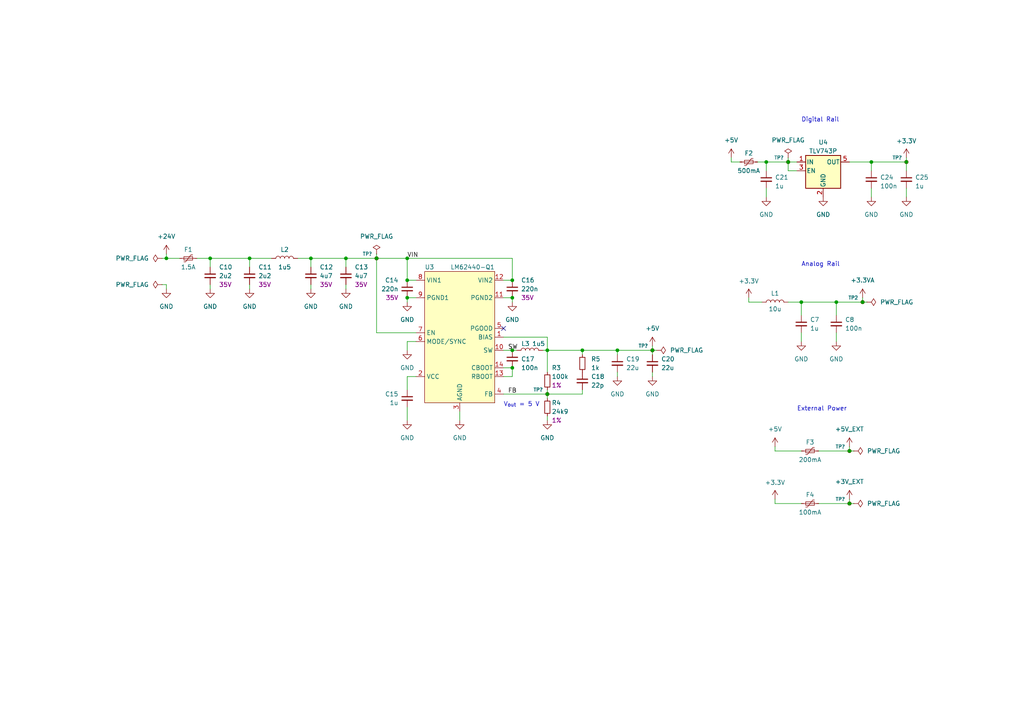
<source format=kicad_sch>
(kicad_sch (version 20230121) (generator eeschema)
  (paper "A4")
  (title_block (title "Power Supply") (date "2023-11-02") (rev "${REVISION}") (company "Author: I. Kajdan") (comment 1 "Reviewer:"))
  (lib_symbols
    (symbol "Connector:TestPoint_Small" (pin_numbers hide) (pin_names (offset 0.762) hide)
      (property "Reference" "TP" (at 0 3.81 0))
      (property "Value" "TestPoint_Small" (at 0 2.032 0))
      (symbol "TestPoint_Small_0_1"
        (circle (center 0 0) (radius 0.508))
      )
      (symbol "TestPoint_Small_1_1"
        (pin passive line (at 0 0 90) (length 0) (name "1") (number "1"))
      )
    )
    (symbol "Device:C_Small" (pin_numbers hide) (pin_names (offset 0.254) hide)
      (property "Reference" "C" (at 0.254 1.778 0))
      (property "Value" "C_Small" (at 0.254 -2.032 0))
      (symbol "C_Small_0_1"
        (polyline (pts (xy -1.524 -0.508) (xy 1.524 -0.508)) (stroke (width 0.3302)))
        (polyline (pts (xy -1.524 0.508) (xy 1.524 0.508)) (stroke (width 0.3048)))
      )
      (symbol "C_Small_1_1"
        (pin passive line (at 0 2.54 270) (length 2.032) (name "~") (number "1"))
        (pin passive line (at 0 -2.54 90) (length 2.032) (name "~") (number "2"))
      )
    )
    (symbol "Device:L" (pin_numbers hide) (pin_names (offset 1.016) hide)
      (property "Reference" "L" (at -1.27 0 90))
      (property "Value" "L" (at 1.905 0 90))
      (symbol "L_0_1"
        (arc (start 0 -2.54) (mid 0.6323 -1.905) (end 0 -1.27))
        (arc (start 0 -1.27) (mid 0.6323 -0.635) (end 0 0))
        (arc (start 0 0) (mid 0.6323 0.635) (end 0 1.27))
        (arc (start 0 1.27) (mid 0.6323 1.905) (end 0 2.54))
      )
      (symbol "L_1_1"
        (pin passive line (at 0 3.81 270) (length 1.27) (name "1") (number "1"))
        (pin passive line (at 0 -3.81 90) (length 1.27) (name "2") (number "2"))
      )
    )
    (symbol "Device:Polyfuse_Small" (pin_numbers hide) (pin_names (offset 0))
      (property "Reference" "F" (at -1.905 0 90))
      (property "Value" "Polyfuse_Small" (at 1.905 0 90))
      (symbol "Polyfuse_Small_0_1"
        (rectangle (start -0.508 1.27) (end 0.508 -1.27))
        (polyline (pts (xy 0 2.54) (xy 0 -2.54)))
        (polyline (pts (xy -1.016 1.27) (xy -1.016 0.762) (xy 1.016 -0.762) (xy 1.016 -1.27)))
      )
      (symbol "Polyfuse_Small_1_1"
        (pin passive line (at 0 2.54 270) (length 0.635) (name "~") (number "1"))
        (pin passive line (at 0 -2.54 90) (length 0.635) (name "~") (number "2"))
      )
    )
    (symbol "Device:R_Small" (pin_numbers hide) (pin_names (offset 0.254) hide)
      (property "Reference" "R" (at 0.762 0.508 0))
      (property "Value" "R_Small" (at 0.762 -1.016 0))
      (symbol "R_Small_0_1"
        (rectangle (start -0.762 1.778) (end 0.762 -1.778) (stroke (width 0.2032)))
      )
      (symbol "R_Small_1_1"
        (pin passive line (at 0 2.54 270) (length 0.762) (name "~") (number "1"))
        (pin passive line (at 0 -2.54 90) (length 0.762) (name "~") (number "2"))
      )
    )
    (symbol "LM62440:LM62440"
      (property "Reference" "U" (at -10.16 20.32 0))
      (property "Value" "LM62440x" (at 10.16 20.32 0))
      (symbol "LM62440_0_1"
        (rectangle (start -10.16 19.05) (end 10.16 -19.05) (fill (type background)))
      )
      (symbol "LM62440_1_1"
        (pin power_in line (at 12.7 0 180) (length 2.54) (name "BIAS") (number "1"))
        (pin output line (at 12.7 -3.81 180) (length 2.54) (name "SW") (number "10"))
        (pin power_in line (at 12.7 11.43 180) (length 2.54) (name "PGND2") (number "11"))
        (pin power_in line (at 12.7 16.51 180) (length 2.54) (name "VIN2") (number "12"))
        (pin bidirectional line (at 12.7 -11.43 180) (length 2.54) (name "RBOOT") (number "13"))
        (pin bidirectional line (at 12.7 -8.89 180) (length 2.54) (name "CBOOT") (number "14"))
        (pin passive line (at -12.7 -11.43 0) (length 2.54) (name "VCC") (number "2"))
        (pin power_in line (at 0 -21.59 90) (length 2.54) (name "AGND") (number "3"))
        (pin input line (at 12.7 -16.51 180) (length 2.54) (name "FB") (number "4"))
        (pin output line (at 12.7 2.54 180) (length 2.54) (name "PGOOD") (number "5"))
        (pin input line (at -12.7 -1.27 0) (length 2.54) (name "MODE/SYNC") (number "6"))
        (pin input line (at -12.7 1.27 0) (length 2.54) (name "EN") (number "7"))
        (pin power_in line (at -12.7 16.51 0) (length 2.54) (name "VIN1") (number "8"))
        (pin power_in line (at -12.7 11.43 0) (length 2.54) (name "PGND1") (number "9"))
      )
    )
    (symbol "Power_Ports:+3V_EXT" (power) (pin_names (offset 0))
      (property "Value" "+3V_EXT" (at 0 5.08 0))
      (symbol "+3V_EXT_0_1"
        (polyline (pts (xy -0.762 1.27) (xy 0 2.54)))
        (polyline (pts (xy 0 0) (xy 0 2.54)))
        (polyline (pts (xy 0 2.54) (xy 0.762 1.27)))
      )
      (symbol "+3V_EXT_1_1"
        (pin power_in line (at 0 0 90) (length 0) hide (name "+3V_EXT") (number "1"))
      )
    )
    (symbol "Power_Ports:+5V_EXT" (power) (pin_names (offset 0))
      (property "Value" "+5V_EXT" (at 0 5.08 0))
      (symbol "+5V_EXT_0_1"
        (polyline (pts (xy -0.762 1.27) (xy 0 2.54)))
        (polyline (pts (xy 0 0) (xy 0 2.54)))
        (polyline (pts (xy 0 2.54) (xy 0.762 1.27)))
      )
      (symbol "+5V_EXT_1_1"
        (pin power_in line (at 0 0 90) (length 0) hide (name "+5V_EXT") (number "1"))
      )
    )
    (symbol "Regulator_Linear:TLV73330PDBV" (pin_names (offset 0.254))
      (property "Reference" "U" (at -3.81 5.715 0))
      (property "Value" "TLV73330PDBV" (at 0 5.715 0))
      (symbol "TLV73330PDBV_0_1"
        (rectangle (start -5.08 4.445) (end 5.08 -5.08) (stroke (width 0.254)) (fill (type background)))
      )
      (symbol "TLV73330PDBV_1_1"
        (pin power_in line (at -7.62 2.54 0) (length 2.54) (name "IN") (number "1"))
        (pin power_in line (at 0 -7.62 90) (length 2.54) (name "GND") (number "2"))
        (pin input line (at -7.62 0 0) (length 2.54) (name "EN") (number "3"))
        (pin no_connect line (at 5.08 0 180) (length 2.54) hide (name "NC") (number "4"))
        (pin power_out line (at 7.62 2.54 180) (length 2.54) (name "OUT") (number "5"))
      )
    )
    (symbol "power:+24V" (power) (pin_names (offset 0))
      (property "Value" "+24V" (at 0 3.556 0))
      (symbol "+24V_0_1"
        (polyline (pts (xy -0.762 1.27) (xy 0 2.54)))
        (polyline (pts (xy 0 0) (xy 0 2.54)))
        (polyline (pts (xy 0 2.54) (xy 0.762 1.27)))
      )
      (symbol "+24V_1_1"
        (pin power_in line (at 0 0 90) (length 0) hide (name "+24V") (number "1"))
      )
    )
    (symbol "power:+3.3V" (power) (pin_names (offset 0))
      (property "Value" "+3.3V" (at 0 3.556 0))
      (symbol "+3.3V_0_1"
        (polyline (pts (xy -0.762 1.27) (xy 0 2.54)))
        (polyline (pts (xy 0 0) (xy 0 2.54)))
        (polyline (pts (xy 0 2.54) (xy 0.762 1.27)))
      )
      (symbol "+3.3V_1_1"
        (pin power_in line (at 0 0 90) (length 0) hide (name "+3.3V") (number "1"))
      )
    )
    (symbol "power:+3.3VA" (power) (pin_names (offset 0))
      (property "Value" "+3.3VA" (at 0 3.556 0))
      (symbol "+3.3VA_0_1"
        (polyline (pts (xy -0.762 1.27) (xy 0 2.54)))
        (polyline (pts (xy 0 0) (xy 0 2.54)))
        (polyline (pts (xy 0 2.54) (xy 0.762 1.27)))
      )
      (symbol "+3.3VA_1_1"
        (pin power_in line (at 0 0 90) (length 0) hide (name "+3.3VA") (number "1"))
      )
    )
    (symbol "power:+5V" (power) (pin_names (offset 0))
      (property "Value" "+5V" (at 0 3.556 0))
      (symbol "+5V_0_1"
        (polyline (pts (xy -0.762 1.27) (xy 0 2.54)))
        (polyline (pts (xy 0 0) (xy 0 2.54)))
        (polyline (pts (xy 0 2.54) (xy 0.762 1.27)))
      )
      (symbol "+5V_1_1"
        (pin power_in line (at 0 0 90) (length 0) hide (name "+5V") (number "1"))
      )
    )
    (symbol "power:GND" (power) (pin_names (offset 0))
      (property "Value" "GND" (at 0 -3.81 0))
      (symbol "GND_0_1"
        (polyline (pts (xy 0 0) (xy 0 -1.27) (xy 1.27 -1.27) (xy 0 -2.54) (xy -1.27 -1.27) (xy 0 -1.27)))
      )
      (symbol "GND_1_1"
        (pin power_in line (at 0 0 270) (length 0) hide (name "GND") (number "1"))
      )
    )
    (symbol "power:PWR_FLAG" (power) (pin_numbers hide) (pin_names (offset 0) hide)
      (property "Value" "PWR_FLAG" (at 0 3.81 0))
      (symbol "PWR_FLAG_0_0"
        (pin power_out line (at 0 0 90) (length 0) (name "pwr") (number "1"))
      )
      (symbol "PWR_FLAG_0_1"
        (polyline (pts (xy 0 0) (xy 0 1.27) (xy -1.016 1.905) (xy 0 2.54) (xy 1.016 1.905) (xy 0 1.27)))
      )
    )
  )
  (junction (at 109.22 74.93))
  (junction (at 189.23 101.6))
  (junction (at 246.38 130.81))
  (junction (at 246.38 146.05))
  (junction (at 262.89 46.99))
  (junction (at 148.59 81.28))
  (junction (at 228.6 46.99))
  (junction (at 148.59 101.6))
  (junction (at 232.41 87.63))
  (junction (at 222.25 46.99))
  (junction (at 72.39 74.93))
  (junction (at 90.17 74.93))
  (junction (at 148.59 106.68))
  (junction (at 168.91 101.6))
  (junction (at 118.11 74.93))
  (junction (at 158.75 114.3))
  (junction (at 118.11 81.28))
  (junction (at 179.07 101.6))
  (junction (at 60.96 74.93))
  (junction (at 100.33 74.93))
  (junction (at 148.59 86.36))
  (junction (at 118.11 86.36))
  (junction (at 250.19 87.63))
  (junction (at 242.57 87.63))
  (junction (at 158.75 101.6))
  (junction (at 252.73 46.99))
  (junction (at 48.26 74.93))
  (no_connect (at 146.05 95.25))
  (wire (pts (xy 118.11 86.36) (xy 118.11 87.63)))
  (wire (pts (xy 168.91 101.6) (xy 168.91 102.87)))
  (wire (pts (xy 100.33 74.93) (xy 109.22 74.93)))
  (wire (pts (xy 224.79 129.54) (xy 224.79 130.81)))
  (wire (pts (xy 48.26 82.55) (xy 48.26 83.82)))
  (wire (pts (xy 48.26 74.93) (xy 52.07 74.93)))
  (wire (pts (xy 157.48 101.6) (xy 158.75 101.6)))
  (wire (pts (xy 148.59 109.22) (xy 148.59 106.68)))
  (wire (pts (xy 168.91 113.03) (xy 168.91 114.3)))
  (wire (pts (xy 158.75 120.65) (xy 158.75 121.92)))
  (wire (pts (xy 118.11 74.93) (xy 148.59 74.93)))
  (wire (pts (xy 109.22 74.93) (xy 118.11 74.93)))
  (wire (pts (xy 118.11 74.93) (xy 118.11 81.28)))
  (wire (pts (xy 146.05 86.36) (xy 148.59 86.36)))
  (wire (pts (xy 252.73 46.99) (xy 252.73 49.53)))
  (wire (pts (xy 222.25 46.99) (xy 228.6 46.99)))
  (wire (pts (xy 72.39 74.93) (xy 72.39 77.47)))
  (wire (pts (xy 252.73 54.61) (xy 252.73 57.15)))
  (wire (pts (xy 250.19 86.36) (xy 250.19 87.63)))
  (wire (pts (xy 242.57 87.63) (xy 250.19 87.63)))
  (wire (pts (xy 118.11 86.36) (xy 120.65 86.36)))
  (wire (pts (xy 118.11 99.06) (xy 120.65 99.06)))
  (wire (pts (xy 90.17 74.93) (xy 100.33 74.93)))
  (wire (pts (xy 72.39 74.93) (xy 78.74 74.93)))
  (wire (pts (xy 118.11 113.03) (xy 118.11 109.22)))
  (wire (pts (xy 232.41 91.44) (xy 232.41 87.63)))
  (wire (pts (xy 189.23 101.6) (xy 189.23 102.87)))
  (wire (pts (xy 189.23 100.33) (xy 189.23 101.6)))
  (wire (pts (xy 246.38 46.99) (xy 252.73 46.99)))
  (wire (pts (xy 46.99 82.55) (xy 48.26 82.55)))
  (wire (pts (xy 217.17 86.36) (xy 217.17 87.63)))
  (wire (pts (xy 262.89 46.99) (xy 262.89 49.53)))
  (wire (pts (xy 246.38 144.78) (xy 246.38 146.05)))
  (wire (pts (xy 149.86 101.6) (xy 148.59 101.6)))
  (wire (pts (xy 224.79 130.81) (xy 232.41 130.81)))
  (wire (pts (xy 222.25 54.61) (xy 222.25 57.15)))
  (wire (pts (xy 100.33 82.55) (xy 100.33 83.82)))
  (wire (pts (xy 146.05 109.22) (xy 148.59 109.22)))
  (wire (pts (xy 57.15 74.93) (xy 60.96 74.93)))
  (wire (pts (xy 179.07 107.95) (xy 179.07 109.22)))
  (wire (pts (xy 222.25 49.53) (xy 222.25 46.99)))
  (wire (pts (xy 118.11 101.6) (xy 118.11 99.06)))
  (wire (pts (xy 212.09 46.99) (xy 214.63 46.99)))
  (wire (pts (xy 228.6 46.99) (xy 231.14 46.99)))
  (wire (pts (xy 179.07 101.6) (xy 189.23 101.6)))
  (wire (pts (xy 224.79 144.78) (xy 224.79 146.05)))
  (wire (pts (xy 247.65 130.81) (xy 246.38 130.81)))
  (wire (pts (xy 133.35 119.38) (xy 133.35 121.92)))
  (wire (pts (xy 148.59 74.93) (xy 148.59 81.28)))
  (wire (pts (xy 250.19 87.63) (xy 251.46 87.63)))
  (wire (pts (xy 242.57 96.52) (xy 242.57 99.06)))
  (wire (pts (xy 189.23 107.95) (xy 189.23 109.22)))
  (wire (pts (xy 217.17 87.63) (xy 220.98 87.63)))
  (wire (pts (xy 246.38 129.54) (xy 246.38 130.81)))
  (wire (pts (xy 158.75 115.57) (xy 158.75 114.3)))
  (wire (pts (xy 109.22 96.52) (xy 120.65 96.52)))
  (wire (pts (xy 189.23 101.6) (xy 190.5 101.6)))
  (wire (pts (xy 118.11 118.11) (xy 118.11 121.92)))
  (wire (pts (xy 146.05 101.6) (xy 148.59 101.6)))
  (wire (pts (xy 60.96 82.55) (xy 60.96 83.82)))
  (wire (pts (xy 219.71 46.99) (xy 222.25 46.99)))
  (wire (pts (xy 262.89 54.61) (xy 262.89 57.15)))
  (wire (pts (xy 118.11 109.22) (xy 120.65 109.22)))
  (wire (pts (xy 60.96 74.93) (xy 72.39 74.93)))
  (wire (pts (xy 86.36 74.93) (xy 90.17 74.93)))
  (wire (pts (xy 247.65 146.05) (xy 246.38 146.05)))
  (wire (pts (xy 158.75 97.79) (xy 158.75 101.6)))
  (wire (pts (xy 228.6 49.53) (xy 231.14 49.53)))
  (wire (pts (xy 262.89 46.99) (xy 252.73 46.99)))
  (wire (pts (xy 146.05 97.79) (xy 158.75 97.79)))
  (wire (pts (xy 100.33 74.93) (xy 100.33 77.47)))
  (wire (pts (xy 158.75 101.6) (xy 158.75 107.95)))
  (wire (pts (xy 60.96 74.93) (xy 60.96 77.47)))
  (wire (pts (xy 228.6 87.63) (xy 232.41 87.63)))
  (wire (pts (xy 90.17 74.93) (xy 90.17 77.47)))
  (wire (pts (xy 224.79 146.05) (xy 232.41 146.05)))
  (wire (pts (xy 109.22 96.52) (xy 109.22 74.93)))
  (wire (pts (xy 237.49 146.05) (xy 246.38 146.05)))
  (wire (pts (xy 148.59 81.28) (xy 146.05 81.28)))
  (wire (pts (xy 179.07 101.6) (xy 179.07 102.87)))
  (wire (pts (xy 168.91 114.3) (xy 158.75 114.3)))
  (wire (pts (xy 46.99 74.93) (xy 48.26 74.93)))
  (wire (pts (xy 242.57 87.63) (xy 242.57 91.44)))
  (wire (pts (xy 232.41 87.63) (xy 242.57 87.63)))
  (wire (pts (xy 146.05 106.68) (xy 148.59 106.68)))
  (wire (pts (xy 237.49 130.81) (xy 246.38 130.81)))
  (wire (pts (xy 158.75 101.6) (xy 168.91 101.6)))
  (wire (pts (xy 72.39 82.55) (xy 72.39 83.82)))
  (wire (pts (xy 148.59 86.36) (xy 148.59 87.63)))
  (wire (pts (xy 90.17 82.55) (xy 90.17 83.82)))
  (wire (pts (xy 212.09 45.72) (xy 212.09 46.99)))
  (wire (pts (xy 228.6 45.72) (xy 228.6 46.99)))
  (wire (pts (xy 48.26 73.66) (xy 48.26 74.93)))
  (wire (pts (xy 228.6 46.99) (xy 228.6 49.53)))
  (wire (pts (xy 158.75 113.03) (xy 158.75 114.3)))
  (wire (pts (xy 262.89 45.72) (xy 262.89 46.99)))
  (wire (pts (xy 232.41 96.52) (xy 232.41 99.06)))
  (wire (pts (xy 120.65 81.28) (xy 118.11 81.28)))
  (wire (pts (xy 168.91 101.6) (xy 179.07 101.6)))
  (wire (pts (xy 146.05 114.3) (xy 158.75 114.3)))
  (wire (pts (xy 109.22 73.66) (xy 109.22 74.93)))
  (text "Analog Rail" (at 232.41 77.47 0) (effects (font (size 1.27 1.27)) (justify left bottom)))
  (text "Digital Rail" (at 232.41 35.56 0) (effects (font (size 1.27 1.27)) (justify left bottom)))
  (text "V_{out} = 5 V" (at 146.05 118.11 0) (effects (font (size 1.27 1.27)) (justify left bottom)))
  (text "External Power" (at 231.14 119.38 0) (effects (font (size 1.27 1.27)) (justify left bottom)))
  (label "SW" (at 147.32 101.6 0))
  (label "VIN" (at 118.11 74.93 0))
  (label "FB" (at 147.32 114.3 0))
  (symbol (lib_id "Connector:TestPoint_Small") (at 250.19 87.63 0) (unit 1) (in_bom no)
    (property "Reference" "TP2" (at 248.92 86.36 0) (effects (font (size 1 1)) (justify right)))
    (property "Value" "TestPoint_Small" (effects hide))
    (property "Footprint" "TestPoint:TestPoint_Pad_D1.0mm" (effects hide))
    (instances (project "rearbox" (path "" (reference "TP2") (unit 1)) (path "" (reference "TP10") (unit 1))))
  )
  (symbol (lib_id "power:GND") (at 232.41 99.06 0) (unit 1)
    (property "Reference" "#PWR016" (effects hide))
    (property "Value" "GND" (at 232.41 104.14 0))
    (instances (project "rearbox" (path "" (reference "#PWR016") (unit 1)) (path "" (reference "#PWR041") (unit 1))))
  )
  (symbol (lib_id "Connector:TestPoint_Small") (at 262.89 46.99 0) (unit 1)
    (property "Reference" "TP?" (at 261.62 45.72 0) (effects (font (size 1 1)) (justify right)))
    (property "Value" "TestPoint_Small" (effects hide))
    (property "Footprint" "TestPoint:TestPoint_Pad_D1.0mm" (effects hide))
    (instances (project "rearbox" (path "" (reference "TP?") (unit 1)) (path "" (reference "TP3") (unit 1)) (path "" (reference "TP1") (unit 1)) (path "" (reference "TP11") (unit 1))))
  )
  (symbol (lib_id "power:GND") (at 118.11 101.6 0) (unit 1)
    (property "Reference" "#PWR028" (effects hide))
    (property "Value" "GND" (at 118.11 106.68 0))
  )
  (symbol (lib_id "Power_Ports:+5V_EXT") (at 246.38 129.54 0) (unit 1)
    (property "Reference" "#PWR044" (effects hide))
    (property "Value" "+5V_EXT" (at 246.38 124.46 0))
  )
  (symbol (lib_id "Connector:TestPoint_Small") (at 158.75 114.3 0) (unit 1)
    (property "Reference" "TP?" (at 157.48 113.03 0) (effects (font (size 1 1)) (justify right)))
    (property "Value" "TestPoint_Small" (effects hide))
    (property "Footprint" "TestPoint:TestPoint_Pad_D1.0mm" (effects hide))
    (instances (project "rearbox" (path "" (reference "TP?") (unit 1)) (path "" (reference "TP3") (unit 1)) (path "" (reference "TP1") (unit 1)) (path "" (reference "TP5") (unit 1))))
  )
  (symbol (lib_id "power:PWR_FLAG") (at 247.65 130.81 270) (unit 1)
    (property "Reference" "#FLG08" (effects hide))
    (property "Value" "PWR_FLAG" (at 251.46 130.81 90) (effects (justify left)))
  )
  (symbol (lib_id "power:PWR_FLAG") (at 190.5 101.6 270) (unit 1)
    (property "Reference" "#FLG06" (effects hide))
    (property "Value" "PWR_FLAG" (at 194.31 101.6 90) (effects (justify left)))
  )
  (symbol (lib_id "Connector:TestPoint_Small") (at 246.38 146.05 0) (unit 1)
    (property "Reference" "TP?" (at 245.11 144.78 0) (effects (font (size 1 1)) (justify right)))
    (property "Value" "TestPoint_Small" (effects hide))
    (property "Footprint" "TestPoint:TestPoint_Pad_D1.0mm" (effects hide))
    (instances (project "rearbox" (path "" (reference "TP?") (unit 1)) (path "" (reference "TP3") (unit 1)) (path "" (reference "TP1") (unit 1)) (path "" (reference "TP9") (unit 1))))
  )
  (symbol (lib_id "Device:C_Small") (at 222.25 52.07 0) (unit 1)
    (property "Reference" "C21" (at 224.79 51.4413 0) (effects (justify left)))
    (property "Value" "1u" (at 224.79 53.9813 0) (effects (justify left)))
    (property "Footprint" "Capacitor_SMD:C_0603_1608Metric" (effects hide))
  )
  (symbol (lib_id "LM62440:LM62440") (at 133.35 97.79 0) (unit 1)
    (property "Reference" "U3" (at 123.19 77.47 0) (effects (justify left)))
    (property "Value" "LM62440-Q1" (at 143.51 77.47 0) (effects (justify right)))
    (property "Footprint" "Local_Library:IC_LM61460AANRJRR" (effects hide))
    (property "Datasheet" "https://www.ti.com/lit/gpn/lm62440-q1" (effects hide))
  )
  (symbol (lib_id "Device:C_Small") (at 262.89 52.07 0) (unit 1)
    (property "Reference" "C25" (at 265.43 51.4413 0) (effects (justify left)))
    (property "Value" "1u" (at 265.43 53.9813 0) (effects (justify left)))
    (property "Footprint" "Capacitor_SMD:C_0603_1608Metric" (effects hide))
  )
  (symbol (lib_id "Device:R_Small") (at 158.75 110.49 0) (unit 1)
    (property "Reference" "R3" (at 160.02 106.68 0) (effects (justify left)))
    (property "Value" "100k" (at 160.02 109.22 0) (effects (justify left)))
    (property "Footprint" "Resistor_SMD:R_0603_1608Metric" (effects hide))
    (property "Tolerance" "1%" (at 160.02 111.76 0) (effects (justify left)))
  )
  (symbol (lib_id "power:+3.3V") (at 262.89 45.72 0) (unit 1)
    (property "Reference" "#PWR010" (effects hide))
    (property "Value" "+3.3V" (at 262.89 40.894 0))
    (instances (project "rearbox" (path "" (reference "#PWR010") (unit 1)) (path "" (reference "#PWR048") (unit 1))))
  )
  (symbol (lib_id "Device:C_Small") (at 148.59 104.14 0) (mirror y) (unit 1)
    (property "Reference" "C17" (at 151.13 104.14 0) (effects (justify right)))
    (property "Value" "100n" (at 151.13 106.68 0) (effects (justify right)))
    (property "Footprint" "Capacitor_SMD:C_0603_1608Metric" (effects hide))
  )
  (symbol (lib_id "power:GND") (at 148.59 87.63 0) (unit 1)
    (property "Reference" "#PWR031" (effects hide))
    (property "Value" "GND" (at 148.59 92.71 0))
  )
  (symbol (lib_id "power:GND") (at 90.17 83.82 0) (unit 1)
    (property "Reference" "#PWR011" (effects hide))
    (property "Value" "GND" (at 90.17 88.9 0))
    (instances (project "rearbox" (path "" (reference "#PWR011") (unit 1)) (path "" (reference "#PWR025") (unit 1))) (project "suspension_tension_meter" (path "" (reference "#PWR?") (unit 1))))
  )
  (symbol (lib_id "Device:C_Small") (at 118.11 115.57 0) (unit 1)
    (property "Reference" "C15" (at 115.57 114.3 0) (effects (justify right)))
    (property "Value" "1u" (at 115.57 116.84 0) (effects (justify right)))
    (property "Footprint" "Capacitor_SMD:C_0603_1608Metric" (effects hide))
  )
  (symbol (lib_id "power:GND") (at 189.23 109.22 0) (unit 1)
    (property "Reference" "#PWR011" (effects hide))
    (property "Value" "GND" (at 189.23 114.3 0))
    (instances (project "rearbox" (path "" (reference "#PWR011") (unit 1)) (path "" (reference "#PWR035") (unit 1))) (project "suspension_tension_meter" (path "" (reference "#PWR?") (unit 1))))
  )
  (symbol (lib_id "Device:Polyfuse_Small") (at 234.95 146.05 90) (unit 1)
    (property "Reference" "F4" (at 234.95 143.51 90))
    (property "Value" "100mA" (at 234.95 148.59 90))
    (property "Footprint" "Fuse:Fuse_1812_4532Metric" (effects hide))
    (property "Datasheet" "https://www.mouser.pl/datasheet/2/87/eaton_pts1812_6_60_volt_dc_surface_mount_resettabl-1608747.pdf" (effects hide))
    (property "Component" "PTS181216V050" (effects hide))
  )
  (symbol (lib_id "power:+3.3V") (at 217.17 86.36 0) (unit 1)
    (property "Reference" "#PWR010" (effects hide))
    (property "Value" "+3.3V" (at 217.17 81.534 0))
    (instances (project "rearbox" (path "" (reference "#PWR010") (unit 1)) (path "" (reference "#PWR037") (unit 1))))
  )
  (symbol (lib_id "power:GND") (at 133.35 121.92 0) (unit 1)
    (property "Reference" "#PWR011" (effects hide))
    (property "Value" "GND" (at 133.35 127 0))
    (instances (project "rearbox" (path "" (reference "#PWR011") (unit 1)) (path "" (reference "#PWR030") (unit 1))) (project "suspension_tension_meter" (path "" (reference "#PWR?") (unit 1))))
  )
  (symbol (lib_id "Device:C_Small") (at 232.41 93.98 0) (unit 1)
    (property "Reference" "C7" (at 234.95 92.71 0) (effects (justify left)))
    (property "Value" "1u" (at 234.95 95.25 0) (effects (justify left)))
    (property "Footprint" "Capacitor_SMD:C_0603_1608Metric" (effects hide))
    (instances (project "rearbox" (path "" (reference "C7") (unit 1)) (path "" (reference "C22") (unit 1))))
  )
  (symbol (lib_id "power:GND") (at 252.73 57.15 0) (unit 1)
    (property "Reference" "#PWR047" (effects hide))
    (property "Value" "GND" (at 252.73 62.23 0))
  )
  (symbol (lib_id "Device:C_Small") (at 168.91 110.49 0) (mirror y) (unit 1)
    (property "Reference" "C18" (at 171.45 109.22 0) (effects (justify right)))
    (property "Value" "22p" (at 171.45 111.76 0) (effects (justify right)))
    (property "Footprint" "Capacitor_SMD:C_0603_1608Metric" (effects hide))
  )
  (symbol (lib_id "Device:L") (at 82.55 74.93 90) (unit 1)
    (property "Reference" "L2" (at 82.55 72.39 90))
    (property "Value" "1u5" (at 82.55 77.47 90))
    (property "Footprint" "Inductor_SMD:L_Abracon_ASPI-4030S" (effects hide))
    (property "Datasheet" "https://www.mouser.pl/datasheet/2/3/ASPI-4030S-1774929.pdf" (effects hide))
  )
  (symbol (lib_id "Connector:TestPoint_Small") (at 228.6 46.99 0) (unit 1)
    (property "Reference" "TP?" (at 227.33 45.72 0) (effects (font (size 1 1)) (justify right)))
    (property "Value" "TestPoint_Small" (effects hide))
    (property "Footprint" "TestPoint:TestPoint_Pad_D1.0mm" (effects hide))
    (instances (project "rearbox" (path "" (reference "TP?") (unit 1)) (path "" (reference "TP3") (unit 1)) (path "" (reference "TP1") (unit 1)) (path "" (reference "TP7") (unit 1))))
  )
  (symbol (lib_id "power:GND") (at 118.11 87.63 0) (unit 1)
    (property "Reference" "#PWR011" (effects hide))
    (property "Value" "GND" (at 118.11 92.71 0))
    (instances (project "rearbox" (path "" (reference "#PWR011") (unit 1)) (path "" (reference "#PWR027") (unit 1))) (project "suspension_tension_meter" (path "" (reference "#PWR?") (unit 1))))
  )
  (symbol (lib_id "power:+24V") (at 48.26 73.66 0) (unit 1)
    (property "Reference" "#PWR021" (effects hide))
    (property "Value" "+24V" (at 48.26 68.58 0))
  )
  (symbol (lib_id "power:PWR_FLAG") (at 247.65 146.05 270) (unit 1)
    (property "Reference" "#FLG09" (effects hide))
    (property "Value" "PWR_FLAG" (at 251.46 146.05 90) (effects (justify left)))
  )
  (symbol (lib_id "power:GND") (at 48.26 83.82 0) (unit 1)
    (property "Reference" "#PWR011" (effects hide))
    (property "Value" "GND" (at 48.26 88.9 0))
    (instances (project "rearbox" (path "" (reference "#PWR011") (unit 1)) (path "" (reference "#PWR022") (unit 1))) (project "suspension_tension_meter" (path "" (reference "#PWR?") (unit 1))))
  )
  (symbol (lib_id "Device:C_Small") (at 60.96 80.01 0) (mirror y) (unit 1)
    (property "Reference" "C10" (at 63.5 77.47 0) (effects (justify right)))
    (property "Value" "2u2" (at 63.5 80.01 0) (effects (justify right)))
    (property "Footprint" "Capacitor_SMD:C_0805_2012Metric" (effects hide))
    (property "Rated Voltage" "35V" (at 63.5 82.55 0) (effects (justify right)))
  )
  (symbol (lib_id "power:GND") (at 238.76 57.15 0) (unit 1)
    (property "Reference" "#PWR042" (effects hide))
    (property "Value" "GND" (at 238.76 62.23 0))
  )
  (symbol (lib_id "Regulator_Linear:TLV73330PDBV") (at 238.76 49.53 0) (unit 1)
    (property "Reference" "U4" (at 238.76 41.275 0))
    (property "Value" "TLV743P" (at 238.76 43.815 0))
    (property "Footprint" "Package_TO_SOT_SMD:SOT-23-5" (effects hide))
    (property "Datasheet" "https://www.ti.com/lit/ds/symlink/tlv743p.pdf" (effects hide))
  )
  (symbol (lib_id "Connector:TestPoint_Small") (at 189.23 101.6 0) (unit 1)
    (property "Reference" "TP?" (at 187.96 100.33 0) (effects (font (size 1 1)) (justify right)))
    (property "Value" "TestPoint_Small" (effects hide))
    (property "Footprint" "TestPoint:TestPoint_Pad_D1.0mm" (effects hide))
    (instances (project "rearbox" (path "" (reference "TP?") (unit 1)) (path "" (reference "TP3") (unit 1)) (path "" (reference "TP1") (unit 1)) (path "" (reference "TP6") (unit 1))))
  )
  (symbol (lib_id "power:GND") (at 72.39 83.82 0) (unit 1)
    (property "Reference" "#PWR011" (effects hide))
    (property "Value" "GND" (at 72.39 88.9 0))
    (instances (project "rearbox" (path "" (reference "#PWR011") (unit 1)) (path "" (reference "#PWR024") (unit 1))) (project "suspension_tension_meter" (path "" (reference "#PWR?") (unit 1))))
  )
  (symbol (lib_id "Device:C_Small") (at 148.59 83.82 0) (mirror y) (unit 1)
    (property "Reference" "C16" (at 151.13 81.28 0) (effects (justify right)))
    (property "Value" "220n" (at 151.13 83.82 0) (effects (justify right)))
    (property "Footprint" "Capacitor_SMD:C_0805_2012Metric" (effects hide))
    (property "Rated Voltage" "35V" (at 151.13 86.36 0) (effects (justify right)))
  )
  (symbol (lib_id "Device:C_Small") (at 100.33 80.01 0) (mirror y) (unit 1)
    (property "Reference" "C13" (at 102.87 77.47 0) (effects (justify right)))
    (property "Value" "4u7" (at 102.87 80.01 0) (effects (justify right)))
    (property "Footprint" "Capacitor_SMD:C_0805_2012Metric" (effects hide))
    (property "Rated Voltage" "35V" (at 102.87 82.55 0) (effects (justify right)))
  )
  (symbol (lib_id "Device:C_Small") (at 72.39 80.01 0) (mirror y) (unit 1)
    (property "Reference" "C11" (at 74.93 77.47 0) (effects (justify right)))
    (property "Value" "2u2" (at 74.93 80.01 0) (effects (justify right)))
    (property "Footprint" "Capacitor_SMD:C_0805_2012Metric" (effects hide))
    (property "Rated Voltage" "35V" (at 74.93 82.55 0) (effects (justify right)))
  )
  (symbol (lib_id "power:PWR_FLAG") (at 46.99 82.55 90) (unit 1)
    (property "Reference" "#FLG04" (effects hide))
    (property "Value" "PWR_FLAG" (at 43.18 82.55 90) (effects (justify left)))
    (instances (project "rearbox" (path "" (reference "#FLG04") (unit 1))) (project "suspension_tension_meter" (path "" (reference "#FLG?") (unit 1))))
  )
  (symbol (lib_id "power:GND") (at 262.89 57.15 0) (unit 1)
    (property "Reference" "#PWR049" (effects hide))
    (property "Value" "GND" (at 262.89 62.23 0))
  )
  (symbol (lib_id "power:GND") (at 222.25 57.15 0) (unit 1)
    (property "Reference" "#PWR038" (effects hide))
    (property "Value" "GND" (at 222.25 62.23 0))
  )
  (symbol (lib_id "Connector:TestPoint_Small") (at 109.22 74.93 0) (unit 1)
    (property "Reference" "TP?" (at 107.95 73.66 0) (effects (font (size 1 1)) (justify right)))
    (property "Value" "TestPoint_Small" (effects hide))
    (property "Footprint" "TestPoint:TestPoint_Pad_D1.0mm" (effects hide))
    (instances (project "rearbox" (path "" (reference "TP?") (unit 1)) (path "" (reference "TP3") (unit 1)) (path "" (reference "TP1") (unit 1)) (path "" (reference "TP4") (unit 1))))
  )
  (symbol (lib_id "power:GND") (at 100.33 83.82 0) (unit 1)
    (property "Reference" "#PWR011" (effects hide))
    (property "Value" "GND" (at 100.33 88.9 0))
    (instances (project "rearbox" (path "" (reference "#PWR011") (unit 1)) (path "" (reference "#PWR026") (unit 1))) (project "suspension_tension_meter" (path "" (reference "#PWR?") (unit 1))))
  )
  (symbol (lib_id "power:PWR_FLAG") (at 109.22 73.66 0) (unit 1)
    (property "Reference" "#FLG05" (effects hide))
    (property "Value" "PWR_FLAG" (at 109.22 68.58 0))
    (instances (project "rearbox" (path "" (reference "#FLG05") (unit 1))) (project "suspension_tension_meter" (path "" (reference "#FLG?") (unit 1))))
  )
  (symbol (lib_id "power:+5V") (at 189.23 100.33 0) (unit 1)
    (property "Reference" "#PWR034" (effects hide))
    (property "Value" "+5V" (at 189.23 95.25 0))
  )
  (symbol (lib_id "power:GND") (at 179.07 109.22 0) (unit 1)
    (property "Reference" "#PWR011" (effects hide))
    (property "Value" "GND" (at 179.07 114.3 0))
    (instances (project "rearbox" (path "" (reference "#PWR011") (unit 1)) (path "" (reference "#PWR033") (unit 1))) (project "suspension_tension_meter" (path "" (reference "#PWR?") (unit 1))))
  )
  (symbol (lib_id "power:+3.3V") (at 224.79 144.78 0) (unit 1)
    (property "Reference" "#PWR010" (effects hide))
    (property "Value" "+3.3V" (at 224.79 139.954 0))
    (instances (project "rearbox" (path "" (reference "#PWR010") (unit 1)) (path "" (reference "#PWR040") (unit 1))))
  )
  (symbol (lib_id "Connector:TestPoint_Small") (at 246.38 130.81 0) (unit 1)
    (property "Reference" "TP?" (at 245.11 129.54 0) (effects (font (size 1 1)) (justify right)))
    (property "Value" "TestPoint_Small" (effects hide))
    (property "Footprint" "TestPoint:TestPoint_Pad_D1.0mm" (effects hide))
    (instances (project "rearbox" (path "" (reference "TP?") (unit 1)) (path "" (reference "TP3") (unit 1)) (path "" (reference "TP1") (unit 1)) (path "" (reference "TP8") (unit 1))))
  )
  (symbol (lib_id "power:PWR_FLAG") (at 251.46 87.63 270) (unit 1)
    (property "Reference" "#FLG02" (effects hide))
    (property "Value" "PWR_FLAG" (at 255.27 87.63 90) (effects (justify left)))
    (instances (project "rearbox" (path "" (reference "#FLG02") (unit 1)) (path "" (reference "#FLG010") (unit 1))) (project "apps" (path "" (reference "#FLG01") (unit 1))))
  )
  (symbol (lib_id "Device:C_Small") (at 90.17 80.01 0) (mirror y) (unit 1)
    (property "Reference" "C12" (at 92.71 77.47 0) (effects (justify right)))
    (property "Value" "4u7" (at 92.71 80.01 0) (effects (justify right)))
    (property "Footprint" "Capacitor_SMD:C_0805_2012Metric" (effects hide))
    (property "Rated Voltage" "35V" (at 92.71 82.55 0) (effects (justify right)))
  )
  (symbol (lib_id "power:+5V") (at 224.79 129.54 0) (unit 1)
    (property "Reference" "#PWR039" (effects hide))
    (property "Value" "+5V" (at 224.79 124.46 0))
  )
  (symbol (lib_id "Device:C_Small") (at 242.57 93.98 0) (unit 1)
    (property "Reference" "C8" (at 245.11 92.71 0) (effects (justify left)))
    (property "Value" "100n" (at 245.11 95.25 0) (effects (justify left)))
    (property "Footprint" "Capacitor_SMD:C_0603_1608Metric" (effects hide))
    (instances (project "rearbox" (path "" (reference "C8") (unit 1)) (path "" (reference "C23") (unit 1))))
  )
  (symbol (lib_id "Device:L") (at 153.67 101.6 90) (unit 1)
    (property "Reference" "L3" (at 152.4 99.695 90))
    (property "Value" "1u5" (at 156.21 99.695 90))
    (property "Footprint" "Inductor_SMD:L_Abracon_ASPI-4030S" (effects hide))
    (property "Datasheet" "https://www.mouser.pl/datasheet/2/3/ASPI-4030S-1774929.pdf" (effects hide))
  )
  (symbol (lib_id "power:PWR_FLAG") (at 46.99 74.93 90) (unit 1)
    (property "Reference" "#FLG03" (effects hide))
    (property "Value" "PWR_FLAG" (at 43.18 74.93 90) (effects (justify left)))
    (instances (project "rearbox" (path "" (reference "#FLG03") (unit 1))) (project "suspension_tension_meter" (path "" (reference "#FLG?") (unit 1))))
  )
  (symbol (lib_id "Device:C_Small") (at 118.11 83.82 0) (unit 1)
    (property "Reference" "C14" (at 115.57 81.28 0) (effects (justify right)))
    (property "Value" "220n" (at 115.57 83.82 0) (effects (justify right)))
    (property "Footprint" "Capacitor_SMD:C_0805_2012Metric" (effects hide))
    (property "Rated Voltage" "35V" (at 115.57 86.36 0) (effects (justify right)))
  )
  (symbol (lib_id "Device:Polyfuse_Small") (at 54.61 74.93 90) (unit 1)
    (property "Reference" "F1" (at 54.61 72.39 90))
    (property "Value" "1.5A" (at 54.61 77.47 90))
    (property "Footprint" "Fuse:Fuse_1812_4532Metric" (effects hide))
    (property "Datasheet" "https://www.mouser.pl/datasheet/2/87/eaton_pts1812_6_60_volt_dc_surface_mount_resettabl-1608747.pdf" (effects hide))
    (property "Component" "PTS181233V075" (effects hide))
    (instances (project "rearbox" (path "" (reference "F1") (unit 1))) (project "suspension_tension_meter" (path "" (reference "F?") (unit 1))))
  )
  (symbol (lib_id "power:GND") (at 118.11 121.92 0) (unit 1)
    (property "Reference" "#PWR011" (effects hide))
    (property "Value" "GND" (at 118.11 127 0))
    (instances (project "rearbox" (path "" (reference "#PWR011") (unit 1)) (path "" (reference "#PWR029") (unit 1))) (project "suspension_tension_meter" (path "" (reference "#PWR?") (unit 1))))
  )
  (symbol (lib_id "Device:R_Small") (at 158.75 118.11 0) (unit 1)
    (property "Reference" "R4" (at 160.02 116.84 0) (effects (justify left)))
    (property "Value" "24k9" (at 160.02 119.38 0) (effects (justify left)))
    (property "Footprint" "Resistor_SMD:R_0603_1608Metric" (effects hide))
    (property "Tolerance" "1%" (at 160.02 121.92 0) (effects (justify left)))
  )
  (symbol (lib_id "Device:Polyfuse_Small") (at 234.95 130.81 90) (unit 1)
    (property "Reference" "F3" (at 234.95 128.27 90))
    (property "Value" "200mA" (at 234.95 133.35 90))
    (property "Footprint" "Fuse:Fuse_1812_4532Metric" (effects hide))
    (property "Datasheet" "https://www.mouser.pl/datasheet/2/87/eaton_pts1812_6_60_volt_dc_surface_mount_resettabl-1608747.pdf" (effects hide))
    (property "Component" "PTS181216V050" (effects hide))
  )
  (symbol (lib_id "power:+5V") (at 212.09 45.72 0) (unit 1)
    (property "Reference" "#PWR036" (effects hide))
    (property "Value" "+5V" (at 212.09 40.64 0))
  )
  (symbol (lib_id "power:+3.3VA") (at 250.19 86.36 0) (unit 1)
    (property "Reference" "#PWR046" (effects hide))
    (property "Value" "+3.3VA" (at 250.19 81.28 0))
    (instances (project "rearbox" (path "" (reference "#PWR046") (unit 1)) (path "" (reference "#PWR?") (unit 1))))
  )
  (symbol (lib_id "Device:C_Small") (at 189.23 105.41 0) (mirror y) (unit 1)
    (property "Reference" "C20" (at 191.77 104.14 0) (effects (justify right)))
    (property "Value" "22u" (at 191.77 106.68 0) (effects (justify right)))
    (property "Footprint" "Capacitor_SMD:C_0603_1608Metric" (effects hide))
  )
  (symbol (lib_id "Device:C_Small") (at 179.07 105.41 0) (mirror y) (unit 1)
    (property "Reference" "C19" (at 181.61 104.14 0) (effects (justify right)))
    (property "Value" "22u" (at 181.61 106.68 0) (effects (justify right)))
    (property "Footprint" "Capacitor_SMD:C_0603_1608Metric" (effects hide))
  )
  (symbol (lib_id "Device:Polyfuse_Small") (at 217.17 46.99 90) (unit 1)
    (property "Reference" "F2" (at 217.17 44.45 90))
    (property "Value" "500mA" (at 217.17 49.53 90))
    (property "Footprint" "Fuse:Fuse_1812_4532Metric" (effects hide))
    (property "Datasheet" "https://www.mouser.pl/datasheet/2/87/eaton_pts1812_6_60_volt_dc_surface_mount_resettabl-1608747.pdf" (effects hide))
    (property "Component" "PTS181216V050" (effects hide))
  )
  (symbol (lib_id "Power_Ports:+3V_EXT") (at 246.38 144.78 0) (unit 1)
    (property "Reference" "#PWR045" (effects hide))
    (property "Value" "+3V_EXT" (at 246.38 139.7 0))
  )
  (symbol (lib_id "power:PWR_FLAG") (at 228.6 45.72 0) (unit 1)
    (property "Reference" "#FLG07" (effects hide))
    (property "Value" "PWR_FLAG" (at 228.6 40.64 0))
    (instances (project "rearbox" (path "" (reference "#FLG07") (unit 1))) (project "suspension_tension_meter" (path "" (reference "#FLG?") (unit 1))))
  )
  (symbol (lib_id "Device:R_Small") (at 168.91 105.41 0) (unit 1)
    (property "Reference" "R5" (at 171.45 104.14 0) (effects (justify left)))
    (property "Value" "1k" (at 171.45 106.68 0) (effects (justify left)))
    (property "Footprint" "Resistor_SMD:R_0603_1608Metric" (effects hide))
  )
  (symbol (lib_id "power:GND") (at 242.57 99.06 0) (unit 1)
    (property "Reference" "#PWR018" (effects hide))
    (property "Value" "GND" (at 242.57 104.14 0))
    (instances (project "rearbox" (path "" (reference "#PWR018") (unit 1)) (path "" (reference "#PWR043") (unit 1))))
  )
  (symbol (lib_id "power:GND") (at 60.96 83.82 0) (unit 1)
    (property "Reference" "#PWR011" (effects hide))
    (property "Value" "GND" (at 60.96 88.9 0))
    (instances (project "rearbox" (path "" (reference "#PWR011") (unit 1)) (path "" (reference "#PWR023") (unit 1))) (project "suspension_tension_meter" (path "" (reference "#PWR?") (unit 1))))
  )
  (symbol (lib_id "Device:C_Small") (at 252.73 52.07 0) (unit 1)
    (property "Reference" "C24" (at 255.27 51.4413 0) (effects (justify left)))
    (property "Value" "100n" (at 255.27 53.9813 0) (effects (justify left)))
    (property "Footprint" "Capacitor_SMD:C_0603_1608Metric" (effects hide))
  )
  (symbol (lib_id "power:GND") (at 158.75 121.92 0) (unit 1)
    (property "Reference" "#PWR011" (effects hide))
    (property "Value" "GND" (at 158.75 127 0))
    (instances (project "rearbox" (path "" (reference "#PWR011") (unit 1)) (path "" (reference "#PWR032") (unit 1))) (project "suspension_tension_meter" (path "" (reference "#PWR?") (unit 1))))
  )
  (symbol (lib_id "Device:L") (at 224.79 87.63 90) (unit 1)
    (property "Reference" "L1" (at 224.79 85.09 90))
    (property "Value" "10u" (at 224.79 88.9 90) (effects (justify bottom)))
    (property "Footprint" "Inductor_SMD:L_0603_1608Metric" (effects hide))
    (instances (project "rearbox" (path "" (reference "L1") (unit 1)) (path "" (reference "L4") (unit 1))) (project "apps" (path "" (reference "L1") (unit 1))))
  )
)
</source>
